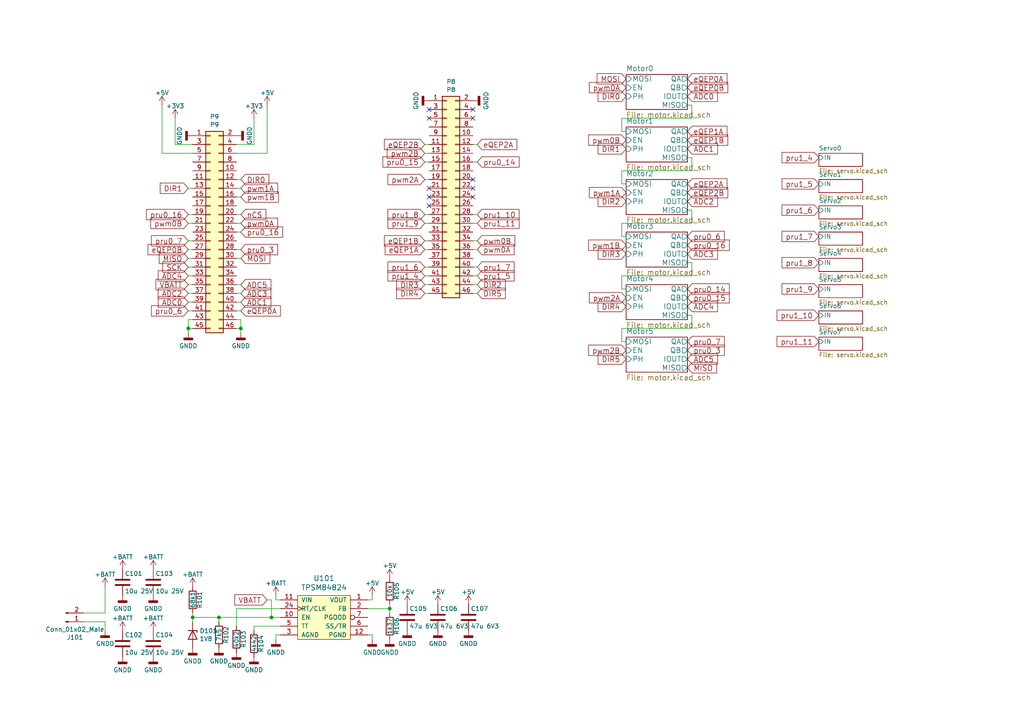
<source format=kicad_sch>
(kicad_sch (version 20211123) (generator eeschema)
  (paper "A4")
  (lib_symbols
    (symbol "Connector:Conn_01x02_Male" (pin_names (offset 1.016) hide)
      (property "Reference" "J" (at 0 2.54 0))
      (property "Value" "Conn_01x02_Male" (at 0 -5.08 0))
      (symbol "Conn_01x02_Male_1_1"
        (polyline (pts (xy 1.27 -2.54) (xy 0.8636 -2.54)) (stroke (width 0.1524)))
        (polyline (pts (xy 1.27 0) (xy 0.8636 0)) (stroke (width 0.1524)))
        (rectangle (start 0.8636 -2.413) (end 0 -2.667) (stroke (width 0.1524)) (fill (type outline)))
        (rectangle (start 0.8636 0.127) (end 0 -0.127) (stroke (width 0.1524)) (fill (type outline)))
        (pin passive line (at 5.08 0 180) (length 3.81) (name "Pin_1") (number "1"))
        (pin passive line (at 5.08 -2.54 180) (length 3.81) (name "Pin_2") (number "2"))
      )
    )
    (symbol "Connector_Generic:Conn_02x23_Odd_Even" (pin_names (offset 1.016) hide)
      (property "Reference" "J" (at 1.27 30.48 0))
      (property "Value" "Conn_02x23_Odd_Even" (at 1.27 -30.48 0))
      (symbol "Conn_02x23_Odd_Even_1_1"
        (rectangle (start -1.27 -27.813) (end 0 -28.067) (stroke (width 0.1524)))
        (rectangle (start -1.27 -25.273) (end 0 -25.527) (stroke (width 0.1524)))
        (rectangle (start -1.27 -22.733) (end 0 -22.987) (stroke (width 0.1524)))
        (rectangle (start -1.27 -20.193) (end 0 -20.447) (stroke (width 0.1524)))
        (rectangle (start -1.27 -17.653) (end 0 -17.907) (stroke (width 0.1524)))
        (rectangle (start -1.27 -15.113) (end 0 -15.367) (stroke (width 0.1524)))
        (rectangle (start -1.27 -12.573) (end 0 -12.827) (stroke (width 0.1524)))
        (rectangle (start -1.27 -10.033) (end 0 -10.287) (stroke (width 0.1524)))
        (rectangle (start -1.27 -7.493) (end 0 -7.747) (stroke (width 0.1524)))
        (rectangle (start -1.27 -4.953) (end 0 -5.207) (stroke (width 0.1524)))
        (rectangle (start -1.27 -2.413) (end 0 -2.667) (stroke (width 0.1524)))
        (rectangle (start -1.27 0.127) (end 0 -0.127) (stroke (width 0.1524)))
        (rectangle (start -1.27 2.667) (end 0 2.413) (stroke (width 0.1524)))
        (rectangle (start -1.27 5.207) (end 0 4.953) (stroke (width 0.1524)))
        (rectangle (start -1.27 7.747) (end 0 7.493) (stroke (width 0.1524)))
        (rectangle (start -1.27 10.287) (end 0 10.033) (stroke (width 0.1524)))
        (rectangle (start -1.27 12.827) (end 0 12.573) (stroke (width 0.1524)))
        (rectangle (start -1.27 15.367) (end 0 15.113) (stroke (width 0.1524)))
        (rectangle (start -1.27 17.907) (end 0 17.653) (stroke (width 0.1524)))
        (rectangle (start -1.27 20.447) (end 0 20.193) (stroke (width 0.1524)))
        (rectangle (start -1.27 22.987) (end 0 22.733) (stroke (width 0.1524)))
        (rectangle (start -1.27 25.527) (end 0 25.273) (stroke (width 0.1524)))
        (rectangle (start -1.27 28.067) (end 0 27.813) (stroke (width 0.1524)))
        (rectangle (start -1.27 29.21) (end 3.81 -29.21) (stroke (width 0.254)) (fill (type background)))
        (rectangle (start 3.81 -27.813) (end 2.54 -28.067) (stroke (width 0.1524)))
        (rectangle (start 3.81 -25.273) (end 2.54 -25.527) (stroke (width 0.1524)))
        (rectangle (start 3.81 -22.733) (end 2.54 -22.987) (stroke (width 0.1524)))
        (rectangle (start 3.81 -20.193) (end 2.54 -20.447) (stroke (width 0.1524)))
        (rectangle (start 3.81 -17.653) (end 2.54 -17.907) (stroke (width 0.1524)))
        (rectangle (start 3.81 -15.113) (end 2.54 -15.367) (stroke (width 0.1524)))
        (rectangle (start 3.81 -12.573) (end 2.54 -12.827) (stroke (width 0.1524)))
        (rectangle (start 3.81 -10.033) (end 2.54 -10.287) (stroke (width 0.1524)))
        (rectangle (start 3.81 -7.493) (end 2.54 -7.747) (stroke (width 0.1524)))
        (rectangle (start 3.81 -4.953) (end 2.54 -5.207) (stroke (width 0.1524)))
        (rectangle (start 3.81 -2.413) (end 2.54 -2.667) (stroke (width 0.1524)))
        (rectangle (start 3.81 0.127) (end 2.54 -0.127) (stroke (width 0.1524)))
        (rectangle (start 3.81 2.667) (end 2.54 2.413) (stroke (width 0.1524)))
        (rectangle (start 3.81 5.207) (end 2.54 4.953) (stroke (width 0.1524)))
        (rectangle (start 3.81 7.747) (end 2.54 7.493) (stroke (width 0.1524)))
        (rectangle (start 3.81 10.287) (end 2.54 10.033) (stroke (width 0.1524)))
        (rectangle (start 3.81 12.827) (end 2.54 12.573) (stroke (width 0.1524)))
        (rectangle (start 3.81 15.367) (end 2.54 15.113) (stroke (width 0.1524)))
        (rectangle (start 3.81 17.907) (end 2.54 17.653) (stroke (width 0.1524)))
        (rectangle (start 3.81 20.447) (end 2.54 20.193) (stroke (width 0.1524)))
        (rectangle (start 3.81 22.987) (end 2.54 22.733) (stroke (width 0.1524)))
        (rectangle (start 3.81 25.527) (end 2.54 25.273) (stroke (width 0.1524)))
        (rectangle (start 3.81 28.067) (end 2.54 27.813) (stroke (width 0.1524)))
        (pin passive line (at -5.08 27.94 0) (length 3.81) (name "Pin_1") (number "1"))
        (pin passive line (at 7.62 17.78 180) (length 3.81) (name "Pin_10") (number "10"))
        (pin passive line (at -5.08 15.24 0) (length 3.81) (name "Pin_11") (number "11"))
        (pin passive line (at 7.62 15.24 180) (length 3.81) (name "Pin_12") (number "12"))
        (pin passive line (at -5.08 12.7 0) (length 3.81) (name "Pin_13") (number "13"))
        (pin passive line (at 7.62 12.7 180) (length 3.81) (name "Pin_14") (number "14"))
        (pin passive line (at -5.08 10.16 0) (length 3.81) (name "Pin_15") (number "15"))
        (pin passive line (at 7.62 10.16 180) (length 3.81) (name "Pin_16") (number "16"))
        (pin passive line (at -5.08 7.62 0) (length 3.81) (name "Pin_17") (number "17"))
        (pin passive line (at 7.62 7.62 180) (length 3.81) (name "Pin_18") (number "18"))
        (pin passive line (at -5.08 5.08 0) (length 3.81) (name "Pin_19") (number "19"))
        (pin passive line (at 7.62 27.94 180) (length 3.81) (name "Pin_2") (number "2"))
        (pin passive line (at 7.62 5.08 180) (length 3.81) (name "Pin_20") (number "20"))
        (pin passive line (at -5.08 2.54 0) (length 3.81) (name "Pin_21") (number "21"))
        (pin passive line (at 7.62 2.54 180) (length 3.81) (name "Pin_22") (number "22"))
        (pin passive line (at -5.08 0 0) (length 3.81) (name "Pin_23") (number "23"))
        (pin passive line (at 7.62 0 180) (length 3.81) (name "Pin_24") (number "24"))
        (pin passive line (at -5.08 -2.54 0) (length 3.81) (name "Pin_25") (number "25"))
        (pin passive line (at 7.62 -2.54 180) (length 3.81) (name "Pin_26") (number "26"))
        (pin passive line (at -5.08 -5.08 0) (length 3.81) (name "Pin_27") (number "27"))
        (pin passive line (at 7.62 -5.08 180) (length 3.81) (name "Pin_28") (number "28"))
        (pin passive line (at -5.08 -7.62 0) (length 3.81) (name "Pin_29") (number "29"))
        (pin passive line (at -5.08 25.4 0) (length 3.81) (name "Pin_3") (number "3"))
        (pin passive line (at 7.62 -7.62 180) (length 3.81) (name "Pin_30") (number "30"))
        (pin passive line (at -5.08 -10.16 0) (length 3.81) (name "Pin_31") (number "31"))
        (pin passive line (at 7.62 -10.16 180) (length 3.81) (name "Pin_32") (number "32"))
        (pin passive line (at -5.08 -12.7 0) (length 3.81) (name "Pin_33") (number "33"))
        (pin passive line (at 7.62 -12.7 180) (length 3.81) (name "Pin_34") (number "34"))
        (pin passive line (at -5.08 -15.24 0) (length 3.81) (name "Pin_35") (number "35"))
        (pin passive line (at 7.62 -15.24 180) (length 3.81) (name "Pin_36") (number "36"))
        (pin passive line (at -5.08 -17.78 0) (length 3.81) (name "Pin_37") (number "37"))
        (pin passive line (at 7.62 -17.78 180) (length 3.81) (name "Pin_38") (number "38"))
        (pin passive line (at -5.08 -20.32 0) (length 3.81) (name "Pin_39") (number "39"))
        (pin passive line (at 7.62 25.4 180) (length 3.81) (name "Pin_4") (number "4"))
        (pin passive line (at 7.62 -20.32 180) (length 3.81) (name "Pin_40") (number "40"))
        (pin passive line (at -5.08 -22.86 0) (length 3.81) (name "Pin_41") (number "41"))
        (pin passive line (at 7.62 -22.86 180) (length 3.81) (name "Pin_42") (number "42"))
        (pin passive line (at -5.08 -25.4 0) (length 3.81) (name "Pin_43") (number "43"))
        (pin passive line (at 7.62 -25.4 180) (length 3.81) (name "Pin_44") (number "44"))
        (pin passive line (at -5.08 -27.94 0) (length 3.81) (name "Pin_45") (number "45"))
        (pin passive line (at 7.62 -27.94 180) (length 3.81) (name "Pin_46") (number "46"))
        (pin passive line (at -5.08 22.86 0) (length 3.81) (name "Pin_5") (number "5"))
        (pin passive line (at 7.62 22.86 180) (length 3.81) (name "Pin_6") (number "6"))
        (pin passive line (at -5.08 20.32 0) (length 3.81) (name "Pin_7") (number "7"))
        (pin passive line (at 7.62 20.32 180) (length 3.81) (name "Pin_8") (number "8"))
        (pin passive line (at -5.08 17.78 0) (length 3.81) (name "Pin_9") (number "9"))
      )
    )
    (symbol "Device:C" (pin_numbers hide) (pin_names (offset 0.254))
      (property "Reference" "C" (at 0.635 2.54 0))
      (property "Value" "C" (at 0.635 -2.54 0))
      (symbol "C_0_1"
        (polyline (pts (xy -2.032 -0.762) (xy 2.032 -0.762)) (stroke (width 0.508)))
        (polyline (pts (xy -2.032 0.762) (xy 2.032 0.762)) (stroke (width 0.508)))
      )
      (symbol "C_1_1"
        (pin passive line (at 0 3.81 270) (length 2.794) (name "~") (number "1"))
        (pin passive line (at 0 -3.81 90) (length 2.794) (name "~") (number "2"))
      )
    )
    (symbol "Device:D_Zener" (pin_numbers hide) (pin_names (offset 1.016) hide)
      (property "Reference" "D" (at 0 2.54 0))
      (property "Value" "D_Zener" (at 0 -2.54 0))
      (symbol "D_Zener_0_1"
        (polyline (pts (xy 1.27 0) (xy -1.27 0)))
        (polyline (pts (xy -1.27 -1.27) (xy -1.27 1.27) (xy -0.762 1.27)) (stroke (width 0.254)))
        (polyline (pts (xy 1.27 -1.27) (xy 1.27 1.27) (xy -1.27 0) (xy 1.27 -1.27)) (stroke (width 0.254)))
      )
      (symbol "D_Zener_1_1"
        (pin passive line (at -3.81 0 0) (length 2.54) (name "K") (number "1"))
        (pin passive line (at 3.81 0 180) (length 2.54) (name "A") (number "2"))
      )
    )
    (symbol "Device:R" (pin_numbers hide) (pin_names (offset 0))
      (property "Reference" "R" (at 2.032 0 90))
      (property "Value" "R" (at 0 0 90))
      (symbol "R_0_1"
        (rectangle (start -1.016 -2.54) (end 1.016 2.54) (stroke (width 0.254)))
      )
      (symbol "R_1_1"
        (pin passive line (at 0 3.81 270) (length 1.27) (name "~") (number "1"))
        (pin passive line (at 0 -3.81 90) (length 1.27) (name "~") (number "2"))
      )
    )
    (symbol "custom:TPSM84824" (pin_names (offset 1.016))
      (property "Reference" "U" (at 0 -7.62 0))
      (property "Value" "TPSM84824" (at 0 7.62 0))
      (symbol "TPSM84824_0_1"
        (rectangle (start 7.62 6.35) (end -7.62 -6.35) (fill (type background)))
      )
      (symbol "TPSM84824_1_1"
        (pin power_out line (at 12.7 5.08 180) (length 5.08) (name "VOUT") (number "1"))
        (pin input line (at -12.7 0 0) (length 5.08) (name "EN") (number "10"))
        (pin power_in line (at -12.7 5.08 0) (length 5.08) (name "VIN") (number "11"))
        (pin power_in line (at 12.7 -5.08 180) (length 5.08) (name "PGND") (number "12"))
        (pin passive line (at 12.7 -5.08 180) (length 5.08) hide (name "PGND") (number "13"))
        (pin passive line (at 12.7 -5.08 180) (length 5.08) hide (name "PGND") (number "14"))
        (pin passive line (at 12.7 -5.08 180) (length 5.08) hide (name "PGND") (number "15"))
        (pin no_connect line (at 12.7 -7.62 180) (length 5.08) hide (name "SW") (number "16"))
        (pin no_connect line (at 12.7 -7.62 180) (length 5.08) hide (name "SW") (number "17"))
        (pin passive line (at 12.7 -5.08 180) (length 5.08) hide (name "PGND") (number "18"))
        (pin passive line (at 12.7 -5.08 180) (length 5.08) hide (name "PGND") (number "19"))
        (pin input line (at 12.7 2.54 180) (length 5.08) (name "FB") (number "2"))
        (pin passive line (at 12.7 -5.08 180) (length 5.08) hide (name "PGND") (number "20"))
        (pin passive line (at 12.7 -5.08 180) (length 5.08) hide (name "PGND") (number "21"))
        (pin passive line (at -12.7 5.08 0) (length 5.08) hide (name "VIN") (number "22"))
        (pin passive line (at -12.7 -5.08 0) (length 5.08) hide (name "AGND") (number "23"))
        (pin input clock (at -12.7 2.54 0) (length 5.08) (name "RT/CLK") (number "24"))
        (pin power_in line (at -12.7 -5.08 0) (length 5.08) (name "AGND") (number "3"))
        (pin no_connect line (at -12.7 -7.62 0) (length 5.08) hide (name "DNC") (number "4"))
        (pin input line (at -12.7 -2.54 0) (length 5.08) (name "TT") (number "5"))
        (pin input line (at 12.7 -2.54 180) (length 5.08) (name "SS/TR") (number "6"))
        (pin open_collector inverted (at 12.7 0 180) (length 5.08) (name "PGOOD") (number "7"))
        (pin passive line (at 12.7 5.08 180) (length 5.08) hide (name "VOUT") (number "8"))
        (pin passive line (at -12.7 -5.08 0) (length 5.08) hide (name "AGND") (number "9"))
      )
    )
    (symbol "power:+3V3" (power) (pin_names (offset 0))
      (property "Value" "+3V3" (at 0 3.556 0))
      (symbol "+3V3_0_1"
        (polyline (pts (xy -0.762 1.27) (xy 0 2.54)))
        (polyline (pts (xy 0 0) (xy 0 2.54)))
        (polyline (pts (xy 0 2.54) (xy 0.762 1.27)))
      )
      (symbol "+3V3_1_1"
        (pin power_in line (at 0 0 90) (length 0) hide (name "+3V3") (number "1"))
      )
    )
    (symbol "power:+5V" (power) (pin_names (offset 0))
      (property "Value" "+5V" (at 0 3.556 0))
      (symbol "+5V_0_1"
        (polyline (pts (xy -0.762 1.27) (xy 0 2.54)))
        (polyline (pts (xy 0 0) (xy 0 2.54)))
        (polyline (pts (xy 0 2.54) (xy 0.762 1.27)))
      )
      (symbol "+5V_1_1"
        (pin power_in line (at 0 0 90) (length 0) hide (name "+5V") (number "1"))
      )
    )
    (symbol "power:+BATT" (power) (pin_names (offset 0))
      (property "Value" "+BATT" (at 0 3.556 0))
      (symbol "+BATT_0_1"
        (polyline (pts (xy -0.762 1.27) (xy 0 2.54)))
        (polyline (pts (xy 0 0) (xy 0 2.54)))
        (polyline (pts (xy 0 2.54) (xy 0.762 1.27)))
      )
      (symbol "+BATT_1_1"
        (pin power_in line (at 0 0 90) (length 0) hide (name "+BATT") (number "1"))
      )
    )
    (symbol "power:GNDD" (power) (pin_names (offset 0))
      (property "Value" "GNDD" (at 0 -3.175 0))
      (symbol "GNDD_0_1"
        (rectangle (start -1.27 -1.524) (end 1.27 -2.032) (stroke (width 0.254)) (fill (type outline)))
        (polyline (pts (xy 0 0) (xy 0 -1.524)))
      )
      (symbol "GNDD_1_1"
        (pin power_in line (at 0 0 270) (length 0) hide (name "GNDD") (number "1"))
      )
    )
  )
  (junction (at 63.5 179.07))
  (junction (at 78.74 179.07))
  (junction (at 55.88 179.07))
  (junction (at 54.61 95.25))
  (junction (at 113.03 176.53))
  (junction (at 69.85 95.25))
  (no_connect (at 124.46 34.29))
  (no_connect (at 124.46 59.69))
  (no_connect (at 124.46 31.75))
  (no_connect (at 124.46 57.15))
  (no_connect (at 137.16 34.29))
  (no_connect (at 137.16 54.61))
  (no_connect (at 137.16 31.75))
  (no_connect (at 124.46 54.61))
  (no_connect (at 137.16 52.07))
  (no_connect (at 137.16 57.15))
  (wire (pts (xy 107.95 173.99) (xy 107.95 172.72)))
  (wire (pts (xy 55.88 95.25) (xy 54.61 95.25)))
  (wire (pts (xy 138.43 41.91) (xy 137.16 41.91)))
  (wire (pts (xy 200.66 91.44) (xy 200.66 95.25)))
  (wire (pts (xy 200.66 64.77) (xy 180.34 64.77)))
  (wire (pts (xy 180.34 34.29) (xy 180.34 38.1)))
  (wire (pts (xy 199.39 45.72) (xy 200.66 45.72)))
  (wire (pts (xy 54.61 92.71) (xy 55.88 92.71)))
  (wire (pts (xy 113.03 175.26) (xy 113.03 176.53)))
  (wire (pts (xy 81.28 176.53) (xy 68.58 176.53)))
  (wire (pts (xy 124.46 80.01) (xy 123.19 80.01)))
  (wire (pts (xy 68.58 67.31) (xy 69.85 67.31)))
  (wire (pts (xy 81.28 173.99) (xy 80.01 173.99)))
  (wire (pts (xy 68.58 74.93) (xy 69.85 74.93)))
  (wire (pts (xy 68.58 90.17) (xy 69.85 90.17)))
  (wire (pts (xy 68.58 41.91) (xy 73.66 41.91)))
  (wire (pts (xy 200.66 34.29) (xy 180.34 34.29)))
  (wire (pts (xy 68.58 44.45) (xy 77.47 44.45)))
  (wire (pts (xy 30.48 180.34) (xy 24.13 180.34)))
  (wire (pts (xy 80.01 173.99) (xy 80.01 172.72)))
  (wire (pts (xy 106.68 176.53) (xy 113.03 176.53)))
  (wire (pts (xy 138.43 77.47) (xy 137.16 77.47)))
  (wire (pts (xy 123.19 46.99) (xy 124.46 46.99)))
  (wire (pts (xy 78.74 179.07) (xy 63.5 179.07)))
  (wire (pts (xy 24.13 177.8) (xy 30.48 177.8)))
  (wire (pts (xy 55.88 85.09) (xy 54.61 85.09)))
  (wire (pts (xy 30.48 180.34) (xy 30.48 182.88)))
  (wire (pts (xy 73.66 181.61) (xy 73.66 182.88)))
  (wire (pts (xy 55.88 72.39) (xy 54.61 72.39)))
  (wire (pts (xy 69.85 87.63) (xy 68.58 87.63)))
  (wire (pts (xy 123.19 41.91) (xy 124.46 41.91)))
  (wire (pts (xy 124.46 52.07) (xy 123.19 52.07)))
  (wire (pts (xy 106.68 173.99) (xy 107.95 173.99)))
  (wire (pts (xy 137.16 46.99) (xy 138.43 46.99)))
  (wire (pts (xy 123.19 62.23) (xy 124.46 62.23)))
  (wire (pts (xy 107.95 184.15) (xy 107.95 185.42)))
  (wire (pts (xy 68.58 92.71) (xy 69.85 92.71)))
  (wire (pts (xy 81.28 184.15) (xy 80.01 184.15)))
  (wire (pts (xy 200.66 45.72) (xy 200.66 49.53)))
  (wire (pts (xy 69.85 92.71) (xy 69.85 95.25)))
  (wire (pts (xy 124.46 64.77) (xy 123.19 64.77)))
  (wire (pts (xy 63.5 179.07) (xy 63.5 180.34)))
  (wire (pts (xy 200.66 76.2) (xy 200.66 80.01)))
  (wire (pts (xy 55.88 64.77) (xy 54.61 64.77)))
  (wire (pts (xy 180.34 83.82) (xy 181.61 83.82)))
  (wire (pts (xy 69.85 52.07) (xy 68.58 52.07)))
  (wire (pts (xy 69.85 72.39) (xy 68.58 72.39)))
  (wire (pts (xy 138.43 82.55) (xy 137.16 82.55)))
  (wire (pts (xy 55.88 90.17) (xy 54.61 90.17)))
  (wire (pts (xy 73.66 41.91) (xy 73.66 34.29)))
  (wire (pts (xy 80.01 184.15) (xy 80.01 185.42)))
  (wire (pts (xy 77.47 30.48) (xy 77.47 44.45)))
  (wire (pts (xy 68.58 85.09) (xy 69.85 85.09)))
  (wire (pts (xy 199.39 30.48) (xy 200.66 30.48)))
  (wire (pts (xy 180.34 68.58) (xy 181.61 68.58)))
  (wire (pts (xy 180.34 49.53) (xy 180.34 53.34)))
  (wire (pts (xy 200.66 95.25) (xy 180.34 95.25)))
  (wire (pts (xy 180.34 99.06) (xy 181.61 99.06)))
  (wire (pts (xy 200.66 49.53) (xy 180.34 49.53)))
  (wire (pts (xy 69.85 57.15) (xy 68.58 57.15)))
  (wire (pts (xy 63.5 179.07) (xy 55.88 179.07)))
  (wire (pts (xy 124.46 85.09) (xy 123.19 85.09)))
  (wire (pts (xy 180.34 38.1) (xy 181.61 38.1)))
  (wire (pts (xy 106.68 184.15) (xy 107.95 184.15)))
  (wire (pts (xy 199.39 76.2) (xy 200.66 76.2)))
  (wire (pts (xy 54.61 69.85) (xy 55.88 69.85)))
  (wire (pts (xy 113.03 176.53) (xy 113.03 177.8)))
  (wire (pts (xy 200.66 60.96) (xy 200.66 64.77)))
  (wire (pts (xy 137.16 72.39) (xy 138.43 72.39)))
  (wire (pts (xy 69.85 95.25) (xy 69.85 96.52)))
  (wire (pts (xy 123.19 69.85) (xy 124.46 69.85)))
  (wire (pts (xy 68.58 95.25) (xy 69.85 95.25)))
  (wire (pts (xy 200.66 80.01) (xy 180.34 80.01)))
  (wire (pts (xy 124.46 72.39) (xy 123.19 72.39)))
  (wire (pts (xy 55.88 74.93) (xy 54.61 74.93)))
  (wire (pts (xy 137.16 80.01) (xy 138.43 80.01)))
  (wire (pts (xy 55.88 179.07) (xy 55.88 180.34)))
  (wire (pts (xy 180.34 80.01) (xy 180.34 83.82)))
  (wire (pts (xy 180.34 95.25) (xy 180.34 99.06)))
  (wire (pts (xy 124.46 44.45) (xy 123.19 44.45)))
  (wire (pts (xy 54.61 82.55) (xy 55.88 82.55)))
  (wire (pts (xy 78.74 173.99) (xy 78.74 179.07)))
  (wire (pts (xy 55.88 179.07) (xy 55.88 177.8)))
  (wire (pts (xy 123.19 82.55) (xy 124.46 82.55)))
  (wire (pts (xy 199.39 91.44) (xy 200.66 91.44)))
  (wire (pts (xy 81.28 181.61) (xy 73.66 181.61)))
  (wire (pts (xy 123.19 77.47) (xy 124.46 77.47)))
  (wire (pts (xy 54.61 77.47) (xy 55.88 77.47)))
  (wire (pts (xy 69.85 64.77) (xy 68.58 64.77)))
  (wire (pts (xy 54.61 87.63) (xy 55.88 87.63)))
  (wire (pts (xy 54.61 92.71) (xy 54.61 95.25)))
  (wire (pts (xy 50.8 41.91) (xy 50.8 34.29)))
  (wire (pts (xy 200.66 30.48) (xy 200.66 34.29)))
  (wire (pts (xy 137.16 64.77) (xy 138.43 64.77)))
  (wire (pts (xy 68.58 54.61) (xy 69.85 54.61)))
  (wire (pts (xy 55.88 80.01) (xy 54.61 80.01)))
  (wire (pts (xy 54.61 95.25) (xy 54.61 96.52)))
  (wire (pts (xy 138.43 62.23) (xy 137.16 62.23)))
  (wire (pts (xy 30.48 177.8) (xy 30.48 170.18)))
  (wire (pts (xy 137.16 85.09) (xy 138.43 85.09)))
  (wire (pts (xy 180.34 53.34) (xy 181.61 53.34)))
  (wire (pts (xy 46.99 30.48) (xy 46.99 44.45)))
  (wire (pts (xy 68.58 176.53) (xy 68.58 181.61)))
  (wire (pts (xy 55.88 44.45) (xy 46.99 44.45)))
  (wire (pts (xy 199.39 60.96) (xy 200.66 60.96)))
  (wire (pts (xy 55.88 41.91) (xy 50.8 41.91)))
  (wire (pts (xy 69.85 82.55) (xy 68.58 82.55)))
  (wire (pts (xy 180.34 64.77) (xy 180.34 68.58)))
  (wire (pts (xy 55.88 54.61) (xy 54.61 54.61)))
  (wire (pts (xy 77.47 173.99) (xy 78.74 173.99)))
  (wire (pts (xy 68.58 62.23) (xy 69.85 62.23)))
  (wire (pts (xy 138.43 69.85) (xy 137.16 69.85)))
  (wire (pts (xy 81.28 179.07) (xy 78.74 179.07)))
  (wire (pts (xy 54.61 62.23) (xy 55.88 62.23)))
  (global_label "pru1_9" (shape input) (at 123.19 64.77 180) (effects (font (size 1.524 1.524))) (property "Intersheet References" "${INTERSHEET_REFS}" (effects hide)))
  (global_label "pru1_9" (shape input) (at 237.49 83.82 180) (effects (font (size 1.524 1.524))) (property "Intersheet References" "${INTERSHEET_REFS}" (effects hide)))
  (global_label "pru0_3" (shape input) (at 69.85 72.39 0) (effects (font (size 1.524 1.524))) (property "Intersheet References" "${INTERSHEET_REFS}" (effects hide)))
  (global_label "ADC3" (shape input) (at 69.85 85.09 0) (effects (font (size 1.524 1.524))) (property "Intersheet References" "${INTERSHEET_REFS}" (effects hide)))
  (global_label "eQEP2B" (shape input) (at 199.39 55.88 0) (effects (font (size 1.524 1.524))) (property "Intersheet References" "${INTERSHEET_REFS}" (effects hide)))
  (global_label "pru1_4" (shape input) (at 237.49 45.72 180) (effects (font (size 1.524 1.524))) (property "Intersheet References" "${INTERSHEET_REFS}" (effects hide)))
  (global_label "ADC0" (shape input) (at 199.39 27.94 0) (effects (font (size 1.524 1.524))) (property "Intersheet References" "${INTERSHEET_REFS}" (effects hide)))
  (global_label "ADC5" (shape input) (at 69.85 82.55 0) (effects (font (size 1.524 1.524))) (property "Intersheet References" "${INTERSHEET_REFS}" (effects hide)))
  (global_label "pwm1A" (shape input) (at 69.85 54.61 0) (effects (font (size 1.524 1.524))) (property "Intersheet References" "${INTERSHEET_REFS}" (effects hide)))
  (global_label "pru0_3" (shape input) (at 199.39 101.6 0) (effects (font (size 1.524 1.524))) (property "Intersheet References" "${INTERSHEET_REFS}" (effects hide)))
  (global_label "ADC0" (shape input) (at 54.61 87.63 180) (effects (font (size 1.524 1.524))) (property "Intersheet References" "${INTERSHEET_REFS}" (effects hide)))
  (global_label "DIR4" (shape input) (at 123.19 85.09 180) (effects (font (size 1.524 1.524))) (property "Intersheet References" "${INTERSHEET_REFS}" (effects hide)))
  (global_label "ADC1" (shape input) (at 69.85 87.63 0) (effects (font (size 1.524 1.524))) (property "Intersheet References" "${INTERSHEET_REFS}" (effects hide)))
  (global_label "pru0_7" (shape input) (at 199.39 99.06 0) (effects (font (size 1.524 1.524))) (property "Intersheet References" "${INTERSHEET_REFS}" (effects hide)))
  (global_label "pru1_6" (shape input) (at 123.19 77.47 180) (effects (font (size 1.524 1.524))) (property "Intersheet References" "${INTERSHEET_REFS}" (effects hide)))
  (global_label "pru0_16" (shape input) (at 54.61 62.23 180) (effects (font (size 1.524 1.524))) (property "Intersheet References" "${INTERSHEET_REFS}" (effects hide)))
  (global_label "eQEP0A" (shape input) (at 199.39 22.86 0) (effects (font (size 1.524 1.524))) (property "Intersheet References" "${INTERSHEET_REFS}" (effects hide)))
  (global_label "DIR3" (shape input) (at 123.19 82.55 180) (effects (font (size 1.524 1.524))) (property "Intersheet References" "${INTERSHEET_REFS}" (effects hide)))
  (global_label "ADC2" (shape input) (at 54.61 85.09 180) (effects (font (size 1.524 1.524))) (property "Intersheet References" "${INTERSHEET_REFS}" (effects hide)))
  (global_label "DIR1" (shape input) (at 54.61 54.61 180) (effects (font (size 1.524 1.524))) (property "Intersheet References" "${INTERSHEET_REFS}" (effects hide)))
  (global_label "pwm0B" (shape input) (at 138.43 69.85 0) (effects (font (size 1.524 1.524))) (property "Intersheet References" "${INTERSHEET_REFS}" (effects hide)))
  (global_label "pwm1B" (shape input) (at 181.61 71.12 180) (effects (font (size 1.524 1.524))) (property "Intersheet References" "${INTERSHEET_REFS}" (effects hide)))
  (global_label "DIR3" (shape input) (at 181.61 73.66 180) (effects (font (size 1.524 1.524))) (property "Intersheet References" "${INTERSHEET_REFS}" (effects hide)))
  (global_label "MISO" (shape input) (at 199.39 106.68 0) (effects (font (size 1.524 1.524))) (property "Intersheet References" "${INTERSHEET_REFS}" (effects hide)))
  (global_label "ADC4" (shape input) (at 54.61 80.01 180) (effects (font (size 1.524 1.524))) (property "Intersheet References" "${INTERSHEET_REFS}" (effects hide)))
  (global_label "pru1_11" (shape input) (at 237.49 99.06 180) (effects (font (size 1.524 1.524))) (property "Intersheet References" "${INTERSHEET_REFS}" (effects hide)))
  (global_label "VBATT" (shape input) (at 54.61 82.55 180) (effects (font (size 1.524 1.524))) (property "Intersheet References" "${INTERSHEET_REFS}" (effects hide)))
  (global_label "MISO" (shape input) (at 54.61 74.93 180) (effects (font (size 1.524 1.524))) (property "Intersheet References" "${INTERSHEET_REFS}" (effects hide)))
  (global_label "pwm0A" (shape input) (at 181.61 25.4 180) (effects (font (size 1.524 1.524))) (property "Intersheet References" "${INTERSHEET_REFS}" (effects hide)))
  (global_label "DIR5" (shape input) (at 181.61 104.14 180) (effects (font (size 1.524 1.524))) (property "Intersheet References" "${INTERSHEET_REFS}" (effects hide)))
  (global_label "eQEP1A" (shape input) (at 199.39 38.1 0) (effects (font (size 1.524 1.524))) (property "Intersheet References" "${INTERSHEET_REFS}" (effects hide)))
  (global_label "pru1_7" (shape input) (at 237.49 68.58 180) (effects (font (size 1.524 1.524))) (property "Intersheet References" "${INTERSHEET_REFS}" (effects hide)))
  (global_label "pru0_15" (shape input) (at 123.19 46.99 180) (effects (font (size 1.524 1.524))) (property "Intersheet References" "${INTERSHEET_REFS}" (effects hide)))
  (global_label "pru0_15" (shape input) (at 199.39 86.36 0) (effects (font (size 1.524 1.524))) (property "Intersheet References" "${INTERSHEET_REFS}" (effects hide)))
  (global_label "SCK" (shape input) (at 54.61 77.47 180) (effects (font (size 1.524 1.524))) (property "Intersheet References" "${INTERSHEET_REFS}" (effects hide)))
  (global_label "ADC5" (shape input) (at 199.39 104.14 0) (effects (font (size 1.524 1.524))) (property "Intersheet References" "${INTERSHEET_REFS}" (effects hide)))
  (global_label "eQEP2B" (shape input) (at 123.19 41.91 180) (effects (font (size 1.524 1.524))) (property "Intersheet References" "${INTERSHEET_REFS}" (effects hide)))
  (global_label "pru0_6" (shape input) (at 54.61 90.17 180) (effects (font (size 1.524 1.524))) (property "Intersheet References" "${INTERSHEET_REFS}" (effects hide)))
  (global_label "pwm2B" (shape input) (at 123.19 44.45 180) (effects (font (size 1.524 1.524))) (property "Intersheet References" "${INTERSHEET_REFS}" (effects hide)))
  (global_label "pru0_16" (shape input) (at 69.85 67.31 0) (effects (font (size 1.524 1.524))) (property "Intersheet References" "${INTERSHEET_REFS}" (effects hide)))
  (global_label "pru1_6" (shape input) (at 237.49 60.96 180) (effects (font (size 1.524 1.524))) (property "Intersheet References" "${INTERSHEET_REFS}" (effects hide)))
  (global_label "pru0_14" (shape input) (at 199.39 83.82 0) (effects (font (size 1.524 1.524))) (property "Intersheet References" "${INTERSHEET_REFS}" (effects hide)))
  (global_label "pru1_8" (shape input) (at 237.49 76.2 180) (effects (font (size 1.524 1.524))) (property "Intersheet References" "${INTERSHEET_REFS}" (effects hide)))
  (global_label "eQEP0B" (shape input) (at 54.61 72.39 180) (effects (font (size 1.524 1.524))) (property "Intersheet References" "${INTERSHEET_REFS}" (effects hide)))
  (global_label "DIR2" (shape input) (at 138.43 82.55 0) (effects (font (size 1.524 1.524))) (property "Intersheet References" "${INTERSHEET_REFS}" (effects hide)))
  (global_label "nCS" (shape input) (at 69.85 62.23 0) (effects (font (size 1.524 1.524))) (property "Intersheet References" "${INTERSHEET_REFS}" (effects hide)))
  (global_label "DIR1" (shape input) (at 181.61 43.18 180) (effects (font (size 1.524 1.524))) (property "Intersheet References" "${INTERSHEET_REFS}" (effects hide)))
  (global_label "pwm0A" (shape input) (at 69.85 64.77 0) (effects (font (size 1.524 1.524))) (property "Intersheet References" "${INTERSHEET_REFS}" (effects hide)))
  (global_label "pru0_16" (shape input) (at 199.39 71.12 0) (effects (font (size 1.524 1.524))) (property "Intersheet References" "${INTERSHEET_REFS}" (effects hide)))
  (global_label "eQEP1B" (shape input) (at 199.39 40.64 0) (effects (font (size 1.524 1.524))) (property "Intersheet References" "${INTERSHEET_REFS}" (effects hide)))
  (global_label "ADC2" (shape input) (at 199.39 58.42 0) (effects (font (size 1.524 1.524))) (property "Intersheet References" "${INTERSHEET_REFS}" (effects hide)))
  (global_label "DIR0" (shape input) (at 181.61 27.94 180) (effects (font (size 1.524 1.524))) (property "Intersheet References" "${INTERSHEET_REFS}" (effects hide)))
  (global_label "pwm1A" (shape input) (at 181.61 55.88 180) (effects (font (size 1.524 1.524))) (property "Intersheet References" "${INTERSHEET_REFS}" (effects hide)))
  (global_label "VBATT" (shape input) (at 77.47 173.99 180) (effects (font (size 1.524 1.524))) (property "Intersheet References" "${INTERSHEET_REFS}" (effects hide)))
  (global_label "pru0_14" (shape input) (at 138.43 46.99 0) (effects (font (size 1.524 1.524))) (property "Intersheet References" "${INTERSHEET_REFS}" (effects hide)))
  (global_label "pwm1B" (shape input) (at 69.85 57.15 0) (effects (font (size 1.524 1.524))) (property "Intersheet References" "${INTERSHEET_REFS}" (effects hide)))
  (global_label "pru1_7" (shape input) (at 138.43 77.47 0) (effects (font (size 1.524 1.524))) (property "Intersheet References" "${INTERSHEET_REFS}" (effects hide)))
  (global_label "pru1_8" (shape input) (at 123.19 62.23 180) (effects (font (size 1.524 1.524))) (property "Intersheet References" "${INTERSHEET_REFS}" (effects hide)))
  (global_label "pwm0B" (shape input) (at 54.61 64.77 180) (effects (font (size 1.524 1.524))) (property "Intersheet References" "${INTERSHEET_REFS}" (effects hide)))
  (global_label "pru0_6" (shape input) (at 199.39 68.58 0) (effects (font (size 1.524 1.524))) (property "Intersheet References" "${INTERSHEET_REFS}" (effects hide)))
  (global_label "eQEP2A" (shape input) (at 199.39 53.34 0) (effects (font (size 1.524 1.524))) (property "Intersheet References" "${INTERSHEET_REFS}" (effects hide)))
  (global_label "MOSI" (shape input) (at 181.61 22.86 180) (effects (font (size 1.524 1.524))) (property "Intersheet References" "${INTERSHEET_REFS}" (effects hide)))
  (global_label "ADC3" (shape input) (at 199.39 73.66 0) (effects (font (size 1.524 1.524))) (property "Intersheet References" "${INTERSHEET_REFS}" (effects hide)))
  (global_label "DIR2" (shape input) (at 181.61 58.42 180) (effects (font (size 1.524 1.524))) (property "Intersheet References" "${INTERSHEET_REFS}" (effects hide)))
  (global_label "DIR0" (shape input) (at 69.85 52.07 0) (effects (font (size 1.524 1.524))) (property "Intersheet References" "${INTERSHEET_REFS}" (effects hide)))
  (global_label "DIR5" (shape input) (at 138.43 85.09 0) (effects (font (size 1.524 1.524))) (property "Intersheet References" "${INTERSHEET_REFS}" (effects hide)))
  (global_label "pru1_10" (shape input) (at 138.43 62.23 0) (effects (font (size 1.524 1.524))) (property "Intersheet References" "${INTERSHEET_REFS}" (effects hide)))
  (global_label "eQEP0B" (shape input) (at 199.39 25.4 0) (effects (font (size 1.524 1.524))) (property "Intersheet References" "${INTERSHEET_REFS}" (effects hide)))
  (global_label "pru1_10" (shape input) (at 237.49 91.44 180) (effects (font (size 1.524 1.524))) (property "Intersheet References" "${INTERSHEET_REFS}" (effects hide)))
  (global_label "eQEP0A" (shape input) (at 69.85 90.17 0) (effects (font (size 1.524 1.524))) (property "Intersheet References" "${INTERSHEET_REFS}" (effects hide)))
  (global_label "pwm2B" (shape input) (at 181.61 101.6 180) (effects (font (size 1.524 1.524))) (property "Intersheet References" "${INTERSHEET_REFS}" (effects hide)))
  (global_label "eQEP1B" (shape input) (at 123.19 69.85 180) (effects (font (size 1.524 1.524))) (property "Intersheet References" "${INTERSHEET_REFS}" (effects hide)))
  (global_label "pru1_4" (shape input) (at 123.19 80.01 180) (effects (font (size 1.524 1.524))) (property "Intersheet References" "${INTERSHEET_REFS}" (effects hide)))
  (global_label "pwm0B" (shape input) (at 181.61 40.64 180) (effects (font (size 1.524 1.524))) (property "Intersheet References" "${INTERSHEET_REFS}" (effects hide)))
  (global_label "ADC1" (shape input) (at 199.39 43.18 0) (effects (font (size 1.524 1.524))) (property "Intersheet References" "${INTERSHEET_REFS}" (effects hide)))
  (global_label "eQEP2A" (shape input) (at 138.43 41.91 0) (effects (font (size 1.524 1.524))) (property "Intersheet References" "${INTERSHEET_REFS}" (effects hide)))
  (global_label "pru1_5" (shape input) (at 138.43 80.01 0) (effects (font (size 1.524 1.524))) (property "Intersheet References" "${INTERSHEET_REFS}" (effects hide)))
  (global_label "pwm2A" (shape input) (at 181.61 86.36 180) (effects (font (size 1.524 1.524))) (property "Intersheet References" "${INTERSHEET_REFS}" (effects hide)))
  (global_label "ADC4" (shape input) (at 199.39 88.9 0) (effects (font (size 1.524 1.524))) (property "Intersheet References" "${INTERSHEET_REFS}" (effects hide)))
  (global_label "pru0_7" (shape input) (at 54.61 69.85 180) (effects (font (size 1.524 1.524))) (property "Intersheet References" "${INTERSHEET_REFS}" (effects hide)))
  (global_label "pru1_11" (shape input) (at 138.43 64.77 0) (effects (font (size 1.524 1.524))) (property "Intersheet References" "${INTERSHEET_REFS}" (effects hide)))
  (global_label "MOSI" (shape input) (at 69.85 74.93 0) (effects (font (size 1.524 1.524))) (property "Intersheet References" "${INTERSHEET_REFS}" (effects hide)))
  (global_label "eQEP1A" (shape input) (at 123.19 72.39 180) (effects (font (size 1.524 1.524))) (property "Intersheet References" "${INTERSHEET_REFS}" (effects hide)))
  (global_label "pru1_5" (shape input) (at 237.49 53.34 180) (effects (font (size 1.524 1.524))) (property "Intersheet References" "${INTERSHEET_REFS}" (effects hide)))
  (global_label "DIR4" (shape input) (at 181.61 88.9 180) (effects (font (size 1.524 1.524))) (property "Intersheet References" "${INTERSHEET_REFS}" (effects hide)))
  (global_label "pwm2A" (shape input) (at 123.19 52.07 180) (effects (font (size 1.524 1.524))) (property "Intersheet References" "${INTERSHEET_REFS}" (effects hide)))
  (global_label "pwm0A" (shape input) (at 138.43 72.39 0) (effects (font (size 1.524 1.524))) (property "Intersheet References" "${INTERSHEET_REFS}" (effects hide)))
  (symbol (lib_id "power:GNDD") (at 54.61 96.52 0) (unit 1)
    (property "Reference" "#PWR0115" (effects hide))
    (property "Value" "GNDD" (at 54.61 100.33 0))
  )
  (symbol (lib_id "power:GNDD") (at 68.58 39.37 90) (unit 1)
    (property "Reference" "#PWR0119" (effects hide))
    (property "Value" "GNDD" (at 72.39 39.37 0))
  )
  (symbol (lib_id "power:GNDD") (at 55.88 39.37 270) (unit 1)
    (property "Reference" "#PWR0116" (effects hide))
    (property "Value" "GNDD" (at 52.07 39.37 0))
  )
  (symbol (lib_id "power:GNDD") (at 124.46 29.21 270) (unit 1)
    (property "Reference" "#PWR0134" (effects hide))
    (property "Value" "GNDD" (at 120.65 29.21 0))
  )
  (symbol (lib_id "power:GNDD") (at 137.16 29.21 90) (unit 1)
    (property "Reference" "#PWR0137" (effects hide))
    (property "Value" "GNDD" (at 140.97 29.21 0))
  )
  (symbol (lib_id "power:+3V3") (at 73.66 34.29 0) (unit 1)
    (property "Reference" "#PWR0122" (effects hide))
    (property "Value" "+3V3" (at 73.66 30.734 0))
  )
  (symbol (lib_id "power:+5V") (at 77.47 30.48 0) (unit 1)
    (property "Reference" "#PWR0125" (effects hide))
    (property "Value" "+5V" (at 77.47 26.924 0))
  )
  (symbol (lib_id "power:+3V3") (at 50.8 34.29 0) (unit 1)
    (property "Reference" "#PWR0112" (effects hide))
    (property "Value" "+3V3" (at 50.8 30.734 0))
  )
  (symbol (lib_id "power:+5V") (at 46.99 30.48 0) (unit 1)
    (property "Reference" "#PWR0109" (effects hide))
    (property "Value" "+5V" (at 46.99 26.924 0))
  )
  (symbol (lib_id "power:GNDD") (at 69.85 96.52 0) (unit 1)
    (property "Reference" "#PWR0120" (effects hide))
    (property "Value" "GNDD" (at 69.85 100.33 0))
  )
  (symbol (lib_id "Device:C") (at 44.45 186.69 0) (unit 1)
    (property "Reference" "C104" (at 45.085 184.15 0) (effects (justify left)))
    (property "Value" "10u 25V" (at 45.085 189.23 0) (effects (justify left)))
    (property "Footprint" "Capacitor_SMD:C_1206_3216Metric" (effects hide))
  )
  (symbol (lib_id "Device:C") (at 118.11 179.07 0) (unit 1)
    (property "Reference" "C105" (at 118.745 176.53 0) (effects (justify left)))
    (property "Value" "47u 6V3" (at 118.745 181.61 0) (effects (justify left)))
    (property "Footprint" "Capacitor_SMD:C_1206_3216Metric" (effects hide))
  )
  (symbol (lib_id "Device:C") (at 127 179.07 0) (unit 1)
    (property "Reference" "C106" (at 127.635 176.53 0) (effects (justify left)))
    (property "Value" "47u 6V3" (at 127.635 181.61 0) (effects (justify left)))
    (property "Footprint" "Capacitor_SMD:C_1206_3216Metric" (effects hide))
  )
  (symbol (lib_id "Device:C") (at 135.89 179.07 0) (unit 1)
    (property "Reference" "C107" (at 136.525 176.53 0) (effects (justify left)))
    (property "Value" "47u 6V3" (at 136.525 181.61 0) (effects (justify left)))
    (property "Footprint" "Capacitor_SMD:C_1206_3216Metric" (effects hide))
  )
  (symbol (lib_id "Device:C") (at 44.45 168.91 0) (unit 1)
    (property "Reference" "C103" (at 45.085 166.37 0) (effects (justify left)))
    (property "Value" "10u 25V" (at 45.085 171.45 0) (effects (justify left)))
    (property "Footprint" "Capacitor_SMD:C_1206_3216Metric" (effects hide))
  )
  (symbol (lib_id "Device:C") (at 35.56 186.69 0) (unit 1)
    (property "Reference" "C102" (at 36.195 184.15 0) (effects (justify left)))
    (property "Value" "10u 25V" (at 36.195 189.23 0) (effects (justify left)))
    (property "Footprint" "Capacitor_SMD:C_1206_3216Metric" (effects hide))
  )
  (symbol (lib_id "Connector_Generic:Conn_02x23_Odd_Even") (at 60.96 67.31 0) (unit 1)
    (property "Reference" "P9" (at 62.23 33.8582 0))
    (property "Value" "P9" (at 62.23 36.1696 0))
    (property "Footprint" "Socket_BeagleBone_Black:Socket_BeagleBone_Black" (effects hide))
  )
  (symbol (lib_id "Connector_Generic:Conn_02x23_Odd_Even") (at 129.54 57.15 0) (unit 1)
    (property "Reference" "P8" (at 130.81 23.6982 0))
    (property "Value" "P8" (at 130.81 26.0096 0))
    (property "Footprint" "Socket_BeagleBone_Black:Socket_BeagleBone_Black" (effects hide))
  )
  (symbol (lib_id "Device:C") (at 35.56 168.91 0) (unit 1)
    (property "Reference" "C101" (at 36.195 166.37 0) (effects (justify left)))
    (property "Value" "10u 25V" (at 36.195 171.45 0) (effects (justify left)))
    (property "Footprint" "Capacitor_SMD:C_1206_3216Metric" (effects hide))
  )
  (symbol (lib_id "power:GNDD") (at 30.48 182.88 0) (unit 1)
    (property "Reference" "#PWR0102" (effects hide))
    (property "Value" "GNDD" (at 30.48 186.69 0))
  )
  (symbol (lib_id "power:+BATT") (at 30.48 170.18 0) (unit 1)
    (property "Reference" "#PWR0101" (effects hide))
    (property "Value" "+BATT" (at 30.48 166.624 0))
  )
  (symbol (lib_id "power:+5V") (at 107.95 172.72 0) (unit 1)
    (property "Reference" "#PWR0126" (effects hide))
    (property "Value" "+5V" (at 107.95 169.164 0))
  )
  (symbol (lib_id "custom:TPSM84824") (at 93.98 179.07 0) (unit 1)
    (property "Reference" "U101" (at 93.98 167.7162 0) (effects (font (size 1.524 1.524))))
    (property "Value" "TPSM84824" (at 93.98 170.4086 0) (effects (font (size 1.524 1.524))))
    (property "Footprint" "Custom:MOL-24" (effects hide))
  )
  (symbol (lib_id "power:GNDD") (at 107.95 185.42 0) (unit 1)
    (property "Reference" "#PWR0127" (effects hide))
    (property "Value" "GNDD" (at 107.95 189.23 0))
  )
  (symbol (lib_id "power:GNDD") (at 80.01 185.42 0) (unit 1)
    (property "Reference" "#PWR0124" (effects hide))
    (property "Value" "GNDD" (at 80.01 189.23 0))
  )
  (symbol (lib_id "power:+BATT") (at 80.01 172.72 0) (unit 1)
    (property "Reference" "#PWR0123" (effects hide))
    (property "Value" "+BATT" (at 80.01 169.164 0))
  )
  (symbol (lib_id "power:+BATT") (at 55.88 170.18 0) (unit 1)
    (property "Reference" "#PWR0113" (effects hide))
    (property "Value" "+BATT" (at 55.88 166.624 0))
  )
  (symbol (lib_id "Device:R") (at 55.88 173.99 0) (unit 1)
    (property "Reference" "R101" (at 57.912 173.99 90))
    (property "Value" "68k1" (at 55.88 173.99 90))
    (property "Footprint" "Resistor_SMD:R_0603_1608Metric" (effects hide))
  )
  (symbol (lib_id "Device:R") (at 63.5 184.15 0) (unit 1)
    (property "Reference" "R102" (at 65.532 184.15 90))
    (property "Value" "7k5" (at 63.5 184.15 90))
    (property "Footprint" "Resistor_SMD:R_0603_1608Metric" (effects hide))
  )
  (symbol (lib_id "power:GNDD") (at 63.5 187.96 0) (unit 1)
    (property "Reference" "#PWR0117" (effects hide))
    (property "Value" "GNDD" (at 63.5 191.77 0))
  )
  (symbol (lib_id "Device:R") (at 113.03 171.45 0) (unit 1)
    (property "Reference" "R105" (at 115.062 171.45 90))
    (property "Value" "10k" (at 113.03 171.45 90))
    (property "Footprint" "Resistor_SMD:R_0603_1608Metric" (effects hide))
  )
  (symbol (lib_id "Device:R") (at 113.03 181.61 0) (unit 1)
    (property "Reference" "R106" (at 115.062 181.61 90))
    (property "Value" "1k37" (at 113.03 181.61 90))
    (property "Footprint" "Resistor_SMD:R_0603_1608Metric" (effects hide))
  )
  (symbol (lib_id "power:GNDD") (at 113.03 185.42 0) (unit 1)
    (property "Reference" "#PWR0129" (effects hide))
    (property "Value" "GNDD" (at 113.03 189.23 0))
  )
  (symbol (lib_id "power:+5V") (at 113.03 167.64 0) (unit 1)
    (property "Reference" "#PWR0128" (effects hide))
    (property "Value" "+5V" (at 113.03 164.084 0))
  )
  (symbol (lib_id "power:+5V") (at 118.11 175.26 0) (unit 1)
    (property "Reference" "#PWR0130" (effects hide))
    (property "Value" "+5V" (at 118.11 171.704 0))
  )
  (symbol (lib_id "power:+5V") (at 127 175.26 0) (unit 1)
    (property "Reference" "#PWR0132" (effects hide))
    (property "Value" "+5V" (at 127 171.704 0))
  )
  (symbol (lib_id "power:+5V") (at 135.89 175.26 0) (unit 1)
    (property "Reference" "#PWR0135" (effects hide))
    (property "Value" "+5V" (at 135.89 171.704 0))
  )
  (symbol (lib_id "power:GNDD") (at 118.11 182.88 0) (unit 1)
    (property "Reference" "#PWR0131" (effects hide))
    (property "Value" "GNDD" (at 118.11 186.69 0))
  )
  (symbol (lib_id "power:GNDD") (at 127 182.88 0) (unit 1)
    (property "Reference" "#PWR0133" (effects hide))
    (property "Value" "GNDD" (at 127 186.69 0))
  )
  (symbol (lib_id "power:GNDD") (at 135.89 182.88 0) (unit 1)
    (property "Reference" "#PWR0136" (effects hide))
    (property "Value" "GNDD" (at 135.89 186.69 0))
  )
  (symbol (lib_id "power:GNDD") (at 44.45 190.5 0) (unit 1)
    (property "Reference" "#PWR0111" (effects hide))
    (property "Value" "GNDD" (at 44.45 194.31 0))
  )
  (symbol (lib_id "power:GNDD") (at 44.45 172.72 0) (unit 1)
    (property "Reference" "#PWR0108" (effects hide))
    (property "Value" "GNDD" (at 44.45 176.53 0))
  )
  (symbol (lib_id "power:GNDD") (at 35.56 190.5 0) (unit 1)
    (property "Reference" "#PWR0106" (effects hide))
    (property "Value" "GNDD" (at 35.56 194.31 0))
  )
  (symbol (lib_id "power:GNDD") (at 35.56 172.72 0) (unit 1)
    (property "Reference" "#PWR0104" (effects hide))
    (property "Value" "GNDD" (at 35.56 176.53 0))
  )
  (symbol (lib_id "power:+BATT") (at 35.56 165.1 0) (unit 1)
    (property "Reference" "#PWR0103" (effects hide))
    (property "Value" "+BATT" (at 35.56 161.544 0))
  )
  (symbol (lib_id "power:+BATT") (at 35.56 182.88 0) (unit 1)
    (property "Reference" "#PWR0105" (effects hide))
    (property "Value" "+BATT" (at 35.56 179.324 0))
  )
  (symbol (lib_id "power:+BATT") (at 44.45 165.1 0) (unit 1)
    (property "Reference" "#PWR0107" (effects hide))
    (property "Value" "+BATT" (at 44.45 161.544 0))
  )
  (symbol (lib_id "power:+BATT") (at 44.45 182.88 0) (unit 1)
    (property "Reference" "#PWR0110" (effects hide))
    (property "Value" "+BATT" (at 44.45 179.324 0))
  )
  (symbol (lib_id "Device:R") (at 68.58 185.42 0) (unit 1)
    (property "Reference" "R103" (at 70.612 185.42 90))
    (property "Value" "40k2" (at 68.58 185.42 90))
    (property "Footprint" "Resistor_SMD:R_0603_1608Metric" (effects hide))
  )
  (symbol (lib_id "Device:R") (at 73.66 186.69 0) (unit 1)
    (property "Reference" "R104" (at 75.692 186.69 90))
    (property "Value" "4k42" (at 73.66 186.69 90))
    (property "Footprint" "Resistor_SMD:R_0603_1608Metric" (effects hide))
  )
  (symbol (lib_id "power:GNDD") (at 68.58 189.23 0) (unit 1)
    (property "Reference" "#PWR0118" (effects hide))
    (property "Value" "GNDD" (at 68.58 193.04 0))
  )
  (symbol (lib_id "power:GNDD") (at 73.66 190.5 0) (unit 1)
    (property "Reference" "#PWR0121" (effects hide))
    (property "Value" "GNDD" (at 73.66 194.31 0))
  )
  (symbol (lib_id "Device:D_Zener") (at 55.88 184.15 270) (unit 1)
    (property "Reference" "D101" (at 57.8866 182.9816 90) (effects (justify left)))
    (property "Value" "1V8" (at 57.8866 185.293 90) (effects (justify left)))
    (property "Footprint" "Diode_SMD:D_SOD-323" (effects hide))
  )
  (symbol (lib_id "power:GNDD") (at 55.88 187.96 0) (unit 1)
    (property "Reference" "#PWR0114" (effects hide))
    (property "Value" "GNDD" (at 55.88 191.77 0))
  )
  (symbol (lib_id "Connector:Conn_01x02_Male") (at 19.05 180.34 0) (mirror x) (unit 1)
    (property "Reference" "J101" (at 21.7424 184.8612 0))
    (property "Value" "Conn_01x02_Male" (at 21.7424 182.5498 0))
    (property "Footprint" "Connectors_Anderson:45A-VERT-PAIR" (effects hide))
  )
  (sheet (at 181.61 97.79) (size 17.78 10.16)
    (property "Sheet name" "Motor5" (at 181.61 96.9514 0) (effects (font (size 1.524 1.524)) (justify left bottom)))
    (property "Sheet file" "motor.kicad_sch" (at 181.61 108.6362 0) (effects (font (size 1.524 1.524)) (justify left top)))
    (pin "QA" output (at 199.39 99.06 0) (effects (font (size 1.524 1.524))))
    (pin "QB" output (at 199.39 101.6 0) (effects (font (size 1.524 1.524))))
    (pin "EN" input (at 181.61 101.6 180) (effects (font (size 1.524 1.524))))
    (pin "PH" input (at 181.61 104.14 180) (effects (font (size 1.524 1.524))))
    (pin "MOSI" input (at 181.61 99.06 180) (effects (font (size 1.524 1.524))))
    (pin "MISO" output (at 199.39 106.68 0) (effects (font (size 1.524 1.524))))
    (pin "IOUT" output (at 199.39 104.14 0) (effects (font (size 1.524 1.524))))
  )
  (sheet (at 181.61 82.55) (size 17.78 10.16)
    (property "Sheet name" "Motor4" (at 181.61 81.7114 0) (effects (font (size 1.524 1.524)) (justify left bottom)))
    (property "Sheet file" "motor.kicad_sch" (at 181.61 93.3962 0) (effects (font (size 1.524 1.524)) (justify left top)))
    (pin "QA" output (at 199.39 83.82 0) (effects (font (size 1.524 1.524))))
    (pin "QB" output (at 199.39 86.36 0) (effects (font (size 1.524 1.524))))
    (pin "EN" input (at 181.61 86.36 180) (effects (font (size 1.524 1.524))))
    (pin "PH" input (at 181.61 88.9 180) (effects (font (size 1.524 1.524))))
    (pin "MOSI" input (at 181.61 83.82 180) (effects (font (size 1.524 1.524))))
    (pin "MISO" output (at 199.39 91.44 0) (effects (font (size 1.524 1.524))))
    (pin "IOUT" output (at 199.39 88.9 0) (effects (font (size 1.524 1.524))))
  )
  (sheet (at 181.61 67.31) (size 17.78 10.16)
    (property "Sheet name" "Motor3" (at 181.61 66.4714 0) (effects (font (size 1.524 1.524)) (justify left bottom)))
    (property "Sheet file" "motor.kicad_sch" (at 181.61 78.1562 0) (effects (font (size 1.524 1.524)) (justify left top)))
    (pin "QA" output (at 199.39 68.58 0) (effects (font (size 1.524 1.524))))
    (pin "QB" output (at 199.39 71.12 0) (effects (font (size 1.524 1.524))))
    (pin "EN" input (at 181.61 71.12 180) (effects (font (size 1.524 1.524))))
    (pin "PH" input (at 181.61 73.66 180) (effects (font (size 1.524 1.524))))
    (pin "MOSI" input (at 181.61 68.58 180) (effects (font (size 1.524 1.524))))
    (pin "MISO" output (at 199.39 76.2 0) (effects (font (size 1.524 1.524))))
    (pin "IOUT" output (at 199.39 73.66 0) (effects (font (size 1.524 1.524))))
  )
  (sheet (at 181.61 52.07) (size 17.78 10.16)
    (property "Sheet name" "Motor2" (at 181.61 51.2314 0) (effects (font (size 1.524 1.524)) (justify left bottom)))
    (property "Sheet file" "motor.kicad_sch" (at 181.61 62.9162 0) (effects (font (size 1.524 1.524)) (justify left top)))
    (pin "QA" output (at 199.39 53.34 0) (effects (font (size 1.524 1.524))))
    (pin "QB" output (at 199.39 55.88 0) (effects (font (size 1.524 1.524))))
    (pin "EN" input (at 181.61 55.88 180) (effects (font (size 1.524 1.524))))
    (pin "PH" input (at 181.61 58.42 180) (effects (font (size 1.524 1.524))))
    (pin "MOSI" input (at 181.61 53.34 180) (effects (font (size 1.524 1.524))))
    (pin "MISO" output (at 199.39 60.96 0) (effects (font (size 1.524 1.524))))
    (pin "IOUT" output (at 199.39 58.42 0) (effects (font (size 1.524 1.524))))
  )
  (sheet (at 181.61 36.83) (size 17.78 10.16)
    (property "Sheet name" "Motor1" (at 181.61 35.9914 0) (effects (font (size 1.524 1.524)) (justify left bottom)))
    (property "Sheet file" "motor.kicad_sch" (at 181.61 47.6762 0) (effects (font (size 1.524 1.524)) (justify left top)))
    (pin "QA" output (at 199.39 38.1 0) (effects (font (size 1.524 1.524))))
    (pin "QB" output (at 199.39 40.64 0) (effects (font (size 1.524 1.524))))
    (pin "EN" input (at 181.61 40.64 180) (effects (font (size 1.524 1.524))))
    (pin "PH" input (at 181.61 43.18 180) (effects (font (size 1.524 1.524))))
    (pin "MOSI" input (at 181.61 38.1 180) (effects (font (size 1.524 1.524))))
    (pin "MISO" output (at 199.39 45.72 0) (effects (font (size 1.524 1.524))))
    (pin "IOUT" output (at 199.39 43.18 0) (effects (font (size 1.524 1.524))))
  )
  (sheet (at 181.61 21.59) (size 17.78 10.16)
    (property "Sheet name" "Motor0" (at 181.61 20.7514 0) (effects (font (size 1.524 1.524)) (justify left bottom)))
    (property "Sheet file" "motor.kicad_sch" (at 181.61 32.4362 0) (effects (font (size 1.524 1.524)) (justify left top)))
    (pin "QA" output (at 199.39 22.86 0) (effects (font (size 1.524 1.524))))
    (pin "QB" output (at 199.39 25.4 0) (effects (font (size 1.524 1.524))))
    (pin "EN" input (at 181.61 25.4 180) (effects (font (size 1.524 1.524))))
    (pin "PH" input (at 181.61 27.94 180) (effects (font (size 1.524 1.524))))
    (pin "MOSI" input (at 181.61 22.86 180) (effects (font (size 1.524 1.524))))
    (pin "MISO" output (at 199.39 30.48 0) (effects (font (size 1.524 1.524))))
    (pin "IOUT" output (at 199.39 27.94 0) (effects (font (size 1.524 1.524))))
  )
  (sheet (at 237.49 44.45) (size 12.7 3.81)
    (property "Sheet name" "Servo0" (at 237.49 43.7384 0) (effects (justify left bottom)))
    (property "Sheet file" "servo.kicad_sch" (at 237.49 48.8446 0) (effects (justify left top)))
    (pin "IN" input (at 237.49 45.72 180))
  )
  (sheet (at 237.49 52.07) (size 12.7 3.81)
    (property "Sheet name" "Servo1" (at 237.49 51.3584 0) (effects (justify left bottom)))
    (property "Sheet file" "servo.kicad_sch" (at 237.49 56.4646 0) (effects (justify left top)))
    (pin "IN" input (at 237.49 53.34 180))
  )
  (sheet (at 237.49 59.69) (size 12.7 3.81)
    (property "Sheet name" "Servo2" (at 237.49 58.9784 0) (effects (justify left bottom)))
    (property "Sheet file" "servo.kicad_sch" (at 237.49 64.0846 0) (effects (justify left top)))
    (pin "IN" input (at 237.49 60.96 180))
  )
  (sheet (at 237.49 67.31) (size 12.7 3.81)
    (property "Sheet name" "Servo3" (at 237.49 66.5984 0) (effects (justify left bottom)))
    (property "Sheet file" "servo.kicad_sch" (at 237.49 71.7046 0) (effects (justify left top)))
    (pin "IN" input (at 237.49 68.58 180))
  )
  (sheet (at 237.49 74.93) (size 12.7 3.81)
    (property "Sheet name" "Servo4" (at 237.49 74.2184 0) (effects (justify left bottom)))
    (property "Sheet file" "servo.kicad_sch" (at 237.49 79.3246 0) (effects (justify left top)))
    (pin "IN" input (at 237.49 76.2 180))
  )
  (sheet (at 237.49 82.55) (size 12.7 3.81)
    (property "Sheet name" "Servo5" (at 237.49 81.8384 0) (effects (justify left bottom)))
    (property "Sheet file" "servo.kicad_sch" (at 237.49 86.9446 0) (effects (justify left top)))
    (pin "IN" input (at 237.49 83.82 180))
  )
  (sheet (at 237.49 90.17) (size 12.7 3.81)
    (property "Sheet name" "Servo6" (at 237.49 89.4584 0) (effects (justify left bottom)))
    (property "Sheet file" "servo.kicad_sch" (at 237.49 94.5646 0) (effects (justify left top)))
    (pin "IN" input (at 237.49 91.44 180))
  )
  (sheet (at 237.49 97.79) (size 12.7 3.81)
    (property "Sheet name" "Servo7" (at 237.49 97.0784 0) (effects (justify left bottom)))
    (property "Sheet file" "servo.kicad_sch" (at 237.49 102.1846 0) (effects (justify left top)))
    (pin "IN" input (at 237.49 99.06 180))
  )
)
</source>
